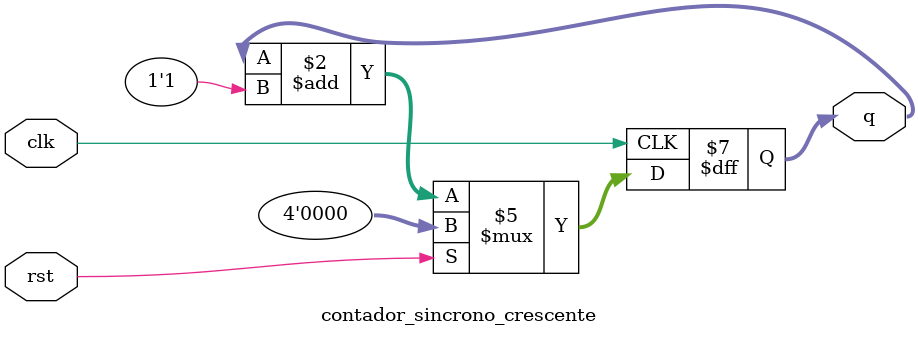
<source format=v>
module contador_sincrono_crescente (
    input  wire clk,     
    input  wire rst,    
    output reg  [3:0] q  
);
	initial q = 4'b0000;	

    always @(posedge clk) begin
        if (rst)
            q <= 4'b0000;          
        else
            q <= q + 1'b1;          
    end

endmodule

</source>
